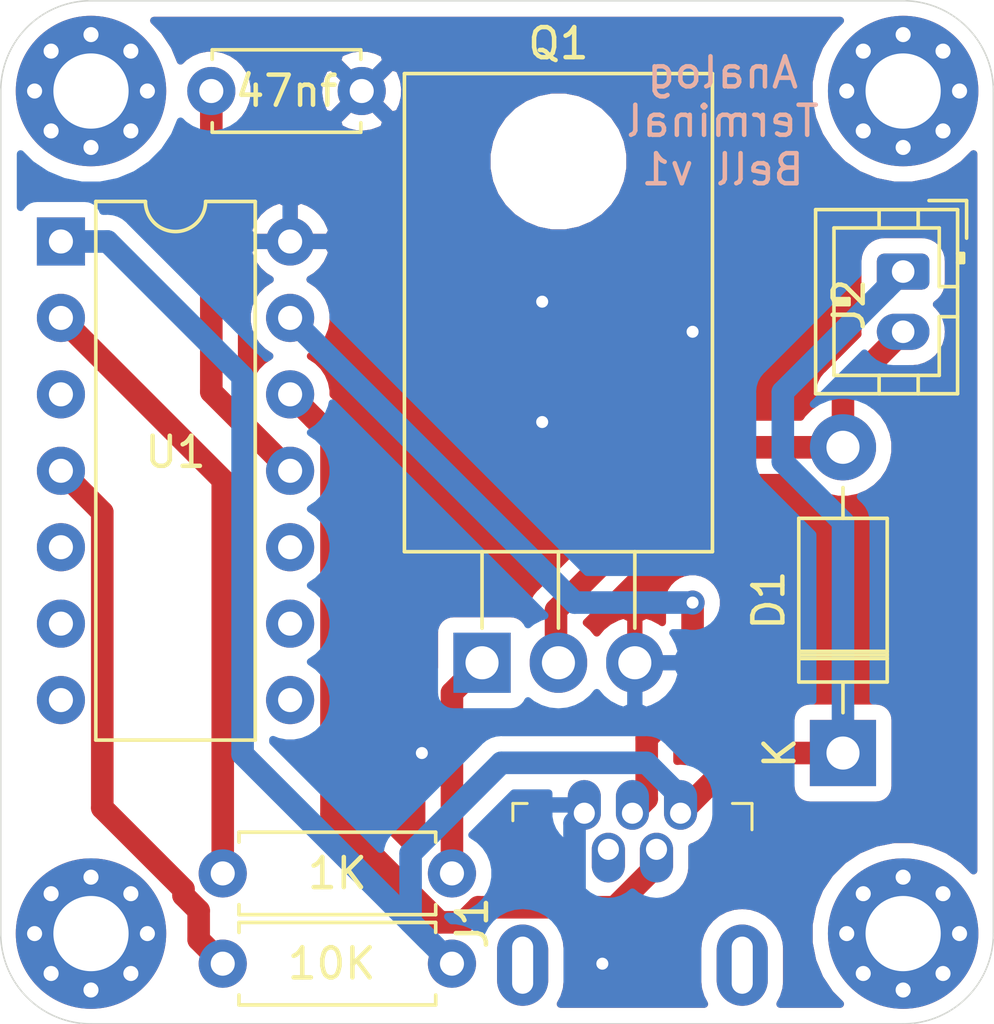
<source format=kicad_pcb>
(kicad_pcb (version 20171130) (host pcbnew "(5.1.5-0-10_14)")

  (general
    (thickness 1.6)
    (drawings 9)
    (tracks 63)
    (zones 0)
    (modules 12)
    (nets 10)
  )

  (page A4)
  (layers
    (0 F.Cu signal hide)
    (31 B.Cu signal hide)
    (32 B.Adhes user)
    (33 F.Adhes user)
    (34 B.Paste user)
    (35 F.Paste user)
    (36 B.SilkS user)
    (37 F.SilkS user)
    (38 B.Mask user)
    (39 F.Mask user)
    (40 Dwgs.User user)
    (41 Cmts.User user)
    (42 Eco1.User user)
    (43 Eco2.User user)
    (44 Edge.Cuts user)
    (45 Margin user)
    (46 B.CrtYd user)
    (47 F.CrtYd user)
    (48 B.Fab user)
    (49 F.Fab user)
  )

  (setup
    (last_trace_width 0.25)
    (user_trace_width 0.75)
    (trace_clearance 0.2)
    (zone_clearance 0.508)
    (zone_45_only no)
    (trace_min 0.2)
    (via_size 0.8)
    (via_drill 0.4)
    (via_min_size 0.4)
    (via_min_drill 0.3)
    (uvia_size 0.3)
    (uvia_drill 0.1)
    (uvias_allowed no)
    (uvia_min_size 0.2)
    (uvia_min_drill 0.1)
    (edge_width 0.05)
    (segment_width 0.2)
    (pcb_text_width 0.3)
    (pcb_text_size 1.5 1.5)
    (mod_edge_width 0.12)
    (mod_text_size 1 1)
    (mod_text_width 0.15)
    (pad_size 1.524 1.524)
    (pad_drill 0.762)
    (pad_to_mask_clearance 0.051)
    (solder_mask_min_width 0.25)
    (aux_axis_origin 0 0)
    (visible_elements FFFFFF7F)
    (pcbplotparams
      (layerselection 0x010fc_ffffffff)
      (usegerberextensions false)
      (usegerberattributes false)
      (usegerberadvancedattributes false)
      (creategerberjobfile false)
      (excludeedgelayer true)
      (linewidth 0.100000)
      (plotframeref false)
      (viasonmask false)
      (mode 1)
      (useauxorigin false)
      (hpglpennumber 1)
      (hpglpenspeed 20)
      (hpglpendiameter 15.000000)
      (psnegative false)
      (psa4output false)
      (plotreference true)
      (plotvalue true)
      (plotinvisibletext false)
      (padsonsilk false)
      (subtractmaskfromsilk false)
      (outputformat 1)
      (mirror false)
      (drillshape 0)
      (scaleselection 1)
      (outputdirectory "gerbers/"))
  )

  (net 0 "")
  (net 1 GND)
  (net 2 "Net-(C1-Pad2)")
  (net 3 +5V)
  (net 4 "Net-(D1-Pad2)")
  (net 5 "Net-(J1-Pad3)")
  (net 6 "Net-(J1-Pad2)")
  (net 7 "Net-(Q1-Pad1)")
  (net 8 "Net-(R1-Pad2)")
  (net 9 "Net-(R2-Pad2)")

  (net_class Default "This is the default net class."
    (clearance 0.2)
    (trace_width 0.25)
    (via_dia 0.8)
    (via_drill 0.4)
    (uvia_dia 0.3)
    (uvia_drill 0.1)
    (add_net +5V)
    (add_net GND)
    (add_net "Net-(C1-Pad2)")
    (add_net "Net-(D1-Pad2)")
    (add_net "Net-(J1-Pad2)")
    (add_net "Net-(J1-Pad3)")
    (add_net "Net-(Q1-Pad1)")
    (add_net "Net-(R1-Pad2)")
    (add_net "Net-(R2-Pad2)")
  )

  (module MountingHole:MountingHole_2.5mm_Pad_Via (layer F.Cu) (tedit 56DDBAEA) (tstamp 5F472710)
    (at 149 127)
    (descr "Mounting Hole 2.5mm")
    (tags "mounting hole 2.5mm")
    (attr virtual)
    (fp_text reference REF** (at -6 -2) (layer F.SilkS)
      (effects (font (size 1 1) (thickness 0.15)))
    )
    (fp_text value MountingHole_2.5mm_Pad_Via (at 0 3.5) (layer F.Fab)
      (effects (font (size 1 1) (thickness 0.15)))
    )
    (fp_circle (center 0 0) (end 2.75 0) (layer F.CrtYd) (width 0.05))
    (fp_circle (center 0 0) (end 2.5 0) (layer Cmts.User) (width 0.15))
    (fp_text user %R (at 0.3 0) (layer F.Fab)
      (effects (font (size 1 1) (thickness 0.15)))
    )
    (pad 1 thru_hole circle (at 1.325825 -1.325825) (size 0.8 0.8) (drill 0.5) (layers *.Cu *.Mask))
    (pad 1 thru_hole circle (at 0 -1.875) (size 0.8 0.8) (drill 0.5) (layers *.Cu *.Mask))
    (pad 1 thru_hole circle (at -1.325825 -1.325825) (size 0.8 0.8) (drill 0.5) (layers *.Cu *.Mask))
    (pad 1 thru_hole circle (at -1.875 0) (size 0.8 0.8) (drill 0.5) (layers *.Cu *.Mask))
    (pad 1 thru_hole circle (at -1.325825 1.325825) (size 0.8 0.8) (drill 0.5) (layers *.Cu *.Mask))
    (pad 1 thru_hole circle (at 0 1.875) (size 0.8 0.8) (drill 0.5) (layers *.Cu *.Mask))
    (pad 1 thru_hole circle (at 1.325825 1.325825) (size 0.8 0.8) (drill 0.5) (layers *.Cu *.Mask))
    (pad 1 thru_hole circle (at 1.875 0) (size 0.8 0.8) (drill 0.5) (layers *.Cu *.Mask))
    (pad 1 thru_hole circle (at 0 0) (size 5 5) (drill 2.5) (layers *.Cu *.Mask))
  )

  (module MountingHole:MountingHole_2.5mm_Pad_Via (layer F.Cu) (tedit 56DDBAEA) (tstamp 5F4726C4)
    (at 149 99)
    (descr "Mounting Hole 2.5mm")
    (tags "mounting hole 2.5mm")
    (attr virtual)
    (fp_text reference REF** (at -6 -3) (layer F.SilkS)
      (effects (font (size 1 1) (thickness 0.15)))
    )
    (fp_text value MountingHole_2.5mm_Pad_Via (at 0 3.5) (layer F.Fab)
      (effects (font (size 1 1) (thickness 0.15)))
    )
    (fp_circle (center 0 0) (end 2.75 0) (layer F.CrtYd) (width 0.05))
    (fp_circle (center 0 0) (end 2.5 0) (layer Cmts.User) (width 0.15))
    (fp_text user %R (at 0.3 0) (layer F.Fab)
      (effects (font (size 1 1) (thickness 0.15)))
    )
    (pad 1 thru_hole circle (at 1.325825 -1.325825) (size 0.8 0.8) (drill 0.5) (layers *.Cu *.Mask))
    (pad 1 thru_hole circle (at 0 -1.875) (size 0.8 0.8) (drill 0.5) (layers *.Cu *.Mask))
    (pad 1 thru_hole circle (at -1.325825 -1.325825) (size 0.8 0.8) (drill 0.5) (layers *.Cu *.Mask))
    (pad 1 thru_hole circle (at -1.875 0) (size 0.8 0.8) (drill 0.5) (layers *.Cu *.Mask))
    (pad 1 thru_hole circle (at -1.325825 1.325825) (size 0.8 0.8) (drill 0.5) (layers *.Cu *.Mask))
    (pad 1 thru_hole circle (at 0 1.875) (size 0.8 0.8) (drill 0.5) (layers *.Cu *.Mask))
    (pad 1 thru_hole circle (at 1.325825 1.325825) (size 0.8 0.8) (drill 0.5) (layers *.Cu *.Mask))
    (pad 1 thru_hole circle (at 1.875 0) (size 0.8 0.8) (drill 0.5) (layers *.Cu *.Mask))
    (pad 1 thru_hole circle (at 0 0) (size 5 5) (drill 2.5) (layers *.Cu *.Mask))
  )

  (module MountingHole:MountingHole_2.5mm_Pad_Via (layer F.Cu) (tedit 56DDBAEA) (tstamp 5F472678)
    (at 176 99)
    (descr "Mounting Hole 2.5mm")
    (tags "mounting hole 2.5mm")
    (attr virtual)
    (fp_text reference REF** (at 6 -2) (layer F.SilkS)
      (effects (font (size 1 1) (thickness 0.15)))
    )
    (fp_text value MountingHole_2.5mm_Pad_Via (at 0 3.5) (layer F.Fab)
      (effects (font (size 1 1) (thickness 0.15)))
    )
    (fp_circle (center 0 0) (end 2.75 0) (layer F.CrtYd) (width 0.05))
    (fp_circle (center 0 0) (end 2.5 0) (layer Cmts.User) (width 0.15))
    (fp_text user %R (at 0.3 0) (layer F.Fab)
      (effects (font (size 1 1) (thickness 0.15)))
    )
    (pad 1 thru_hole circle (at 1.325825 -1.325825) (size 0.8 0.8) (drill 0.5) (layers *.Cu *.Mask))
    (pad 1 thru_hole circle (at 0 -1.875) (size 0.8 0.8) (drill 0.5) (layers *.Cu *.Mask))
    (pad 1 thru_hole circle (at -1.325825 -1.325825) (size 0.8 0.8) (drill 0.5) (layers *.Cu *.Mask))
    (pad 1 thru_hole circle (at -1.875 0) (size 0.8 0.8) (drill 0.5) (layers *.Cu *.Mask))
    (pad 1 thru_hole circle (at -1.325825 1.325825) (size 0.8 0.8) (drill 0.5) (layers *.Cu *.Mask))
    (pad 1 thru_hole circle (at 0 1.875) (size 0.8 0.8) (drill 0.5) (layers *.Cu *.Mask))
    (pad 1 thru_hole circle (at 1.325825 1.325825) (size 0.8 0.8) (drill 0.5) (layers *.Cu *.Mask))
    (pad 1 thru_hole circle (at 1.875 0) (size 0.8 0.8) (drill 0.5) (layers *.Cu *.Mask))
    (pad 1 thru_hole circle (at 0 0) (size 5 5) (drill 2.5) (layers *.Cu *.Mask))
  )

  (module MountingHole:MountingHole_2.5mm_Pad_Via (layer F.Cu) (tedit 56DDBAEA) (tstamp 5F47262C)
    (at 176 127)
    (descr "Mounting Hole 2.5mm")
    (tags "mounting hole 2.5mm")
    (attr virtual)
    (fp_text reference REF** (at 6 -1) (layer F.SilkS)
      (effects (font (size 1 1) (thickness 0.15)))
    )
    (fp_text value MountingHole_2.5mm_Pad_Via (at 0 3.5) (layer F.Fab)
      (effects (font (size 1 1) (thickness 0.15)))
    )
    (fp_circle (center 0 0) (end 2.75 0) (layer F.CrtYd) (width 0.05))
    (fp_circle (center 0 0) (end 2.5 0) (layer Cmts.User) (width 0.15))
    (fp_text user %R (at 0.3 0) (layer F.Fab)
      (effects (font (size 1 1) (thickness 0.15)))
    )
    (pad 1 thru_hole circle (at 1.325825 -1.325825) (size 0.8 0.8) (drill 0.5) (layers *.Cu *.Mask))
    (pad 1 thru_hole circle (at 0 -1.875) (size 0.8 0.8) (drill 0.5) (layers *.Cu *.Mask))
    (pad 1 thru_hole circle (at -1.325825 -1.325825) (size 0.8 0.8) (drill 0.5) (layers *.Cu *.Mask))
    (pad 1 thru_hole circle (at -1.875 0) (size 0.8 0.8) (drill 0.5) (layers *.Cu *.Mask))
    (pad 1 thru_hole circle (at -1.325825 1.325825) (size 0.8 0.8) (drill 0.5) (layers *.Cu *.Mask))
    (pad 1 thru_hole circle (at 0 1.875) (size 0.8 0.8) (drill 0.5) (layers *.Cu *.Mask))
    (pad 1 thru_hole circle (at 1.325825 1.325825) (size 0.8 0.8) (drill 0.5) (layers *.Cu *.Mask))
    (pad 1 thru_hole circle (at 1.875 0) (size 0.8 0.8) (drill 0.5) (layers *.Cu *.Mask))
    (pad 1 thru_hole circle (at 0 0) (size 5 5) (drill 2.5) (layers *.Cu *.Mask))
  )

  (module Capacitor_THT:C_Disc_D4.7mm_W2.5mm_P5.00mm (layer F.Cu) (tedit 5AE50EF0) (tstamp 5F3E48F3)
    (at 158 99 180)
    (descr "C, Disc series, Radial, pin pitch=5.00mm, , diameter*width=4.7*2.5mm^2, Capacitor, http://www.vishay.com/docs/45233/krseries.pdf")
    (tags "C Disc series Radial pin pitch 5.00mm  diameter 4.7mm width 2.5mm Capacitor")
    (path /5F3EE8FE)
    (fp_text reference C1 (at 1 2) (layer F.Fab)
      (effects (font (size 1 1) (thickness 0.15)))
    )
    (fp_text value 47nf (at 2.5 0) (layer F.SilkS)
      (effects (font (size 1 1) (thickness 0.15)))
    )
    (fp_line (start 0.15 -1.25) (end 0.15 1.25) (layer F.Fab) (width 0.1))
    (fp_line (start 0.15 1.25) (end 4.85 1.25) (layer F.Fab) (width 0.1))
    (fp_line (start 4.85 1.25) (end 4.85 -1.25) (layer F.Fab) (width 0.1))
    (fp_line (start 4.85 -1.25) (end 0.15 -1.25) (layer F.Fab) (width 0.1))
    (fp_line (start 0.03 -1.37) (end 4.97 -1.37) (layer F.SilkS) (width 0.12))
    (fp_line (start 0.03 1.37) (end 4.97 1.37) (layer F.SilkS) (width 0.12))
    (fp_line (start 0.03 -1.37) (end 0.03 -1.055) (layer F.SilkS) (width 0.12))
    (fp_line (start 0.03 1.055) (end 0.03 1.37) (layer F.SilkS) (width 0.12))
    (fp_line (start 4.97 -1.37) (end 4.97 -1.055) (layer F.SilkS) (width 0.12))
    (fp_line (start 4.97 1.055) (end 4.97 1.37) (layer F.SilkS) (width 0.12))
    (fp_line (start -1.05 -1.5) (end -1.05 1.5) (layer F.CrtYd) (width 0.05))
    (fp_line (start -1.05 1.5) (end 6.05 1.5) (layer F.CrtYd) (width 0.05))
    (fp_line (start 6.05 1.5) (end 6.05 -1.5) (layer F.CrtYd) (width 0.05))
    (fp_line (start 6.05 -1.5) (end -1.05 -1.5) (layer F.CrtYd) (width 0.05))
    (fp_text user %R (at 1 2) (layer F.Fab)
      (effects (font (size 0.94 0.94) (thickness 0.141)))
    )
    (pad 1 thru_hole circle (at 0 0 180) (size 1.6 1.6) (drill 0.8) (layers *.Cu *.Mask)
      (net 1 GND))
    (pad 2 thru_hole circle (at 5 0 180) (size 1.6 1.6) (drill 0.8) (layers *.Cu *.Mask)
      (net 2 "Net-(C1-Pad2)"))
    (model ${KISYS3DMOD}/Capacitor_THT.3dshapes/C_Disc_D4.7mm_W2.5mm_P5.00mm.wrl
      (at (xyz 0 0 0))
      (scale (xyz 1 1 1))
      (rotate (xyz 0 0 0))
    )
  )

  (module Diode_THT:D_DO-41_SOD81_P10.16mm_Horizontal (layer F.Cu) (tedit 5AE50CD5) (tstamp 5F3E3A56)
    (at 174 121 90)
    (descr "Diode, DO-41_SOD81 series, Axial, Horizontal, pin pitch=10.16mm, , length*diameter=5.2*2.7mm^2, , http://www.diodes.com/_files/packages/DO-41%20(Plastic).pdf")
    (tags "Diode DO-41_SOD81 series Axial Horizontal pin pitch 10.16mm  length 5.2mm diameter 2.7mm")
    (path /5F3E37B9)
    (fp_text reference D1 (at 5.08 -2.47 90) (layer F.SilkS)
      (effects (font (size 1 1) (thickness 0.15)))
    )
    (fp_text value 1N4004 (at 5.08 2.47 90) (layer F.Fab)
      (effects (font (size 1 1) (thickness 0.15)))
    )
    (fp_line (start 2.48 -1.35) (end 2.48 1.35) (layer F.Fab) (width 0.1))
    (fp_line (start 2.48 1.35) (end 7.68 1.35) (layer F.Fab) (width 0.1))
    (fp_line (start 7.68 1.35) (end 7.68 -1.35) (layer F.Fab) (width 0.1))
    (fp_line (start 7.68 -1.35) (end 2.48 -1.35) (layer F.Fab) (width 0.1))
    (fp_line (start 0 0) (end 2.48 0) (layer F.Fab) (width 0.1))
    (fp_line (start 10.16 0) (end 7.68 0) (layer F.Fab) (width 0.1))
    (fp_line (start 3.26 -1.35) (end 3.26 1.35) (layer F.Fab) (width 0.1))
    (fp_line (start 3.36 -1.35) (end 3.36 1.35) (layer F.Fab) (width 0.1))
    (fp_line (start 3.16 -1.35) (end 3.16 1.35) (layer F.Fab) (width 0.1))
    (fp_line (start 2.36 -1.47) (end 2.36 1.47) (layer F.SilkS) (width 0.12))
    (fp_line (start 2.36 1.47) (end 7.8 1.47) (layer F.SilkS) (width 0.12))
    (fp_line (start 7.8 1.47) (end 7.8 -1.47) (layer F.SilkS) (width 0.12))
    (fp_line (start 7.8 -1.47) (end 2.36 -1.47) (layer F.SilkS) (width 0.12))
    (fp_line (start 1.34 0) (end 2.36 0) (layer F.SilkS) (width 0.12))
    (fp_line (start 8.82 0) (end 7.8 0) (layer F.SilkS) (width 0.12))
    (fp_line (start 3.26 -1.47) (end 3.26 1.47) (layer F.SilkS) (width 0.12))
    (fp_line (start 3.38 -1.47) (end 3.38 1.47) (layer F.SilkS) (width 0.12))
    (fp_line (start 3.14 -1.47) (end 3.14 1.47) (layer F.SilkS) (width 0.12))
    (fp_line (start -1.35 -1.6) (end -1.35 1.6) (layer F.CrtYd) (width 0.05))
    (fp_line (start -1.35 1.6) (end 11.51 1.6) (layer F.CrtYd) (width 0.05))
    (fp_line (start 11.51 1.6) (end 11.51 -1.6) (layer F.CrtYd) (width 0.05))
    (fp_line (start 11.51 -1.6) (end -1.35 -1.6) (layer F.CrtYd) (width 0.05))
    (fp_text user %R (at 5.47 0 90) (layer F.Fab)
      (effects (font (size 1 1) (thickness 0.15)))
    )
    (fp_text user K (at 0 -2.1 90) (layer F.Fab)
      (effects (font (size 1 1) (thickness 0.15)))
    )
    (fp_text user K (at 0 -2.1 90) (layer F.SilkS)
      (effects (font (size 1 1) (thickness 0.15)))
    )
    (pad 1 thru_hole rect (at 0 0 90) (size 2.2 2.2) (drill 1.1) (layers *.Cu *.Mask)
      (net 3 +5V))
    (pad 2 thru_hole oval (at 10.16 0 90) (size 2.2 2.2) (drill 1.1) (layers *.Cu *.Mask)
      (net 4 "Net-(D1-Pad2)"))
    (model ${KISYS3DMOD}/Diode_THT.3dshapes/D_DO-41_SOD81_P10.16mm_Horizontal.wrl
      (at (xyz 0 0 0))
      (scale (xyz 1 1 1))
      (rotate (xyz 0 0 0))
    )
  )

  (module digikey:USB_Mini_B_Female_548190519 (layer F.Cu) (tedit 5B0C4CC3) (tstamp 5F3E3A73)
    (at 167 123 90)
    (path /5F3DE7BC)
    (fp_text reference J1 (at -3.65 -5.325 90) (layer F.SilkS)
      (effects (font (size 1 1) (thickness 0.15)))
    )
    (fp_text value USB_B_Mini (at -4.2 6.35 90) (layer F.Fab)
      (effects (font (size 1 1) (thickness 0.15)))
    )
    (fp_text user %R (at -5.7 -0.075 90) (layer F.Fab)
      (effects (font (size 1 1) (thickness 0.15)))
    )
    (fp_line (start 1.35 -4.75) (end 1.35 4.75) (layer F.CrtYd) (width 0.05))
    (fp_line (start -9.05 -4.75) (end -9.05 4.75) (layer F.CrtYd) (width 0.05))
    (fp_line (start -9.05 4.75) (end 1.35 4.75) (layer F.CrtYd) (width 0.05))
    (fp_line (start -9.05 -4.75) (end 1.35 -4.75) (layer F.CrtYd) (width 0.05))
    (fp_line (start 0.325 3.975) (end 0.3 3.975) (layer F.SilkS) (width 0.1))
    (fp_line (start 0.325 3.325) (end 0.325 3.975) (layer F.SilkS) (width 0.1))
    (fp_line (start -0.55 3.975) (end 0.3 3.975) (layer F.SilkS) (width 0.1))
    (fp_line (start -8.075 3.975) (end -8.925 3.975) (layer F.SilkS) (width 0.1))
    (fp_line (start -8.925 3.975) (end -8.925 3.35) (layer F.SilkS) (width 0.1))
    (fp_line (start -8 -3.975) (end -8.925 -3.975) (layer F.SilkS) (width 0.1))
    (fp_line (start -8.925 -3.975) (end -8.925 -3.35) (layer F.SilkS) (width 0.1))
    (fp_line (start -0.25 -3.975) (end 0.325 -3.975) (layer F.SilkS) (width 0.1))
    (fp_line (start 0.325 -3.975) (end 0.325 -3.5) (layer F.SilkS) (width 0.1))
    (fp_line (start -8.8 3.85) (end 0.2 3.85) (layer F.Fab) (width 0.1))
    (fp_line (start -8.8 -3.85) (end 0.2 -3.85) (layer F.Fab) (width 0.1))
    (fp_line (start 0.2 -3.85) (end 0.2 3.85) (layer F.Fab) (width 0.1))
    (fp_line (start -8.8 -3.85) (end -8.8 3.85) (layer F.Fab) (width 0.1))
    (pad 3 thru_hole oval (at 0 0 90) (size 1.65 1.1) (drill 0.7 (offset 0.275 0)) (layers *.Cu *.Mask)
      (net 5 "Net-(J1-Pad3)"))
    (pad 5 thru_hole oval (at 0 -1.6 90) (size 1.65 1.1) (drill 0.7 (offset 0.275 0)) (layers *.Cu *.Mask)
      (net 1 GND))
    (pad 1 thru_hole oval (at 0 1.6 90) (size 1.65 1.1) (drill 0.7 (offset 0.275 0)) (layers *.Cu *.Mask)
      (net 3 +5V))
    (pad 4 thru_hole oval (at -1.2 -0.8 90) (size 1.65 1.1) (drill 0.7 (offset -0.275 0)) (layers *.Cu *.Mask))
    (pad 2 thru_hole oval (at -1.2 0.8 90) (size 1.65 1.1) (drill 0.7 (offset -0.275 0)) (layers *.Cu *.Mask)
      (net 6 "Net-(J1-Pad2)"))
    (pad SH thru_hole oval (at -5.05 -3.65 90) (size 2.7 1.7) (drill oval 1.9 0.7) (layers *.Cu *.Mask))
    (pad SH thru_hole oval (at -5.05 3.65 90) (size 2.7 1.7) (drill oval 1.9 0.7) (layers *.Cu *.Mask))
  )

  (module Connector_JST:JST_PH_B2B-PH-K_1x02_P2.00mm_Vertical (layer F.Cu) (tedit 5B7745C2) (tstamp 5F3E427C)
    (at 176 105 270)
    (descr "JST PH series connector, B2B-PH-K (http://www.jst-mfg.com/product/pdf/eng/ePH.pdf), generated with kicad-footprint-generator")
    (tags "connector JST PH side entry")
    (path /5F3E4B31)
    (fp_text reference J2 (at 1.1 1.8 90) (layer F.SilkS)
      (effects (font (size 1 1) (thickness 0.15)))
    )
    (fp_text value Solenoid (at 1 4 90) (layer F.Fab)
      (effects (font (size 1 1) (thickness 0.15)))
    )
    (fp_line (start -2.06 -1.81) (end -2.06 2.91) (layer F.SilkS) (width 0.12))
    (fp_line (start -2.06 2.91) (end 4.06 2.91) (layer F.SilkS) (width 0.12))
    (fp_line (start 4.06 2.91) (end 4.06 -1.81) (layer F.SilkS) (width 0.12))
    (fp_line (start 4.06 -1.81) (end -2.06 -1.81) (layer F.SilkS) (width 0.12))
    (fp_line (start -0.3 -1.81) (end -0.3 -2.01) (layer F.SilkS) (width 0.12))
    (fp_line (start -0.3 -2.01) (end -0.6 -2.01) (layer F.SilkS) (width 0.12))
    (fp_line (start -0.6 -2.01) (end -0.6 -1.81) (layer F.SilkS) (width 0.12))
    (fp_line (start -0.3 -1.91) (end -0.6 -1.91) (layer F.SilkS) (width 0.12))
    (fp_line (start 0.5 -1.81) (end 0.5 -1.2) (layer F.SilkS) (width 0.12))
    (fp_line (start 0.5 -1.2) (end -1.45 -1.2) (layer F.SilkS) (width 0.12))
    (fp_line (start -1.45 -1.2) (end -1.45 2.3) (layer F.SilkS) (width 0.12))
    (fp_line (start -1.45 2.3) (end 3.45 2.3) (layer F.SilkS) (width 0.12))
    (fp_line (start 3.45 2.3) (end 3.45 -1.2) (layer F.SilkS) (width 0.12))
    (fp_line (start 3.45 -1.2) (end 1.5 -1.2) (layer F.SilkS) (width 0.12))
    (fp_line (start 1.5 -1.2) (end 1.5 -1.81) (layer F.SilkS) (width 0.12))
    (fp_line (start -2.06 -0.5) (end -1.45 -0.5) (layer F.SilkS) (width 0.12))
    (fp_line (start -2.06 0.8) (end -1.45 0.8) (layer F.SilkS) (width 0.12))
    (fp_line (start 4.06 -0.5) (end 3.45 -0.5) (layer F.SilkS) (width 0.12))
    (fp_line (start 4.06 0.8) (end 3.45 0.8) (layer F.SilkS) (width 0.12))
    (fp_line (start 0.9 2.3) (end 0.9 1.8) (layer F.SilkS) (width 0.12))
    (fp_line (start 0.9 1.8) (end 1.1 1.8) (layer F.SilkS) (width 0.12))
    (fp_line (start 1.1 1.8) (end 1.1 2.3) (layer F.SilkS) (width 0.12))
    (fp_line (start 1 2.3) (end 1 1.8) (layer F.SilkS) (width 0.12))
    (fp_line (start -1.11 -2.11) (end -2.36 -2.11) (layer F.SilkS) (width 0.12))
    (fp_line (start -2.36 -2.11) (end -2.36 -0.86) (layer F.SilkS) (width 0.12))
    (fp_line (start -1.11 -2.11) (end -2.36 -2.11) (layer F.Fab) (width 0.1))
    (fp_line (start -2.36 -2.11) (end -2.36 -0.86) (layer F.Fab) (width 0.1))
    (fp_line (start -1.95 -1.7) (end -1.95 2.8) (layer F.Fab) (width 0.1))
    (fp_line (start -1.95 2.8) (end 3.95 2.8) (layer F.Fab) (width 0.1))
    (fp_line (start 3.95 2.8) (end 3.95 -1.7) (layer F.Fab) (width 0.1))
    (fp_line (start 3.95 -1.7) (end -1.95 -1.7) (layer F.Fab) (width 0.1))
    (fp_line (start -2.45 -2.2) (end -2.45 3.3) (layer F.CrtYd) (width 0.05))
    (fp_line (start -2.45 3.3) (end 4.45 3.3) (layer F.CrtYd) (width 0.05))
    (fp_line (start 4.45 3.3) (end 4.45 -2.2) (layer F.CrtYd) (width 0.05))
    (fp_line (start 4.45 -2.2) (end -2.45 -2.2) (layer F.CrtYd) (width 0.05))
    (fp_text user %R (at 1 1.5 90) (layer F.Fab)
      (effects (font (size 1 1) (thickness 0.15)))
    )
    (pad 1 thru_hole roundrect (at 0 0 270) (size 1.2 1.75) (drill 0.75) (layers *.Cu *.Mask) (roundrect_rratio 0.208333)
      (net 3 +5V))
    (pad 2 thru_hole oval (at 2 0 270) (size 1.2 1.75) (drill 0.75) (layers *.Cu *.Mask)
      (net 4 "Net-(D1-Pad2)"))
    (model ${KISYS3DMOD}/Connector_JST.3dshapes/JST_PH_B2B-PH-K_1x02_P2.00mm_Vertical.wrl
      (at (xyz 0 0 0))
      (scale (xyz 1 1 1))
      (rotate (xyz 0 0 0))
    )
  )

  (module Resistor_THT:R_Axial_DIN0207_L6.3mm_D2.5mm_P7.62mm_Horizontal (layer F.Cu) (tedit 5AE5139B) (tstamp 5F3E4A51)
    (at 161 128 180)
    (descr "Resistor, Axial_DIN0207 series, Axial, Horizontal, pin pitch=7.62mm, 0.25W = 1/4W, length*diameter=6.3*2.5mm^2, http://cdn-reichelt.de/documents/datenblatt/B400/1_4W%23YAG.pdf")
    (tags "Resistor Axial_DIN0207 series Axial Horizontal pin pitch 7.62mm 0.25W = 1/4W length 6.3mm diameter 2.5mm")
    (path /5F3ED81B)
    (fp_text reference R1 (at -3 0) (layer Dwgs.User)
      (effects (font (size 1 1) (thickness 0.15)))
    )
    (fp_text value 10K (at 4 0) (layer F.SilkS)
      (effects (font (size 1 1) (thickness 0.15)))
    )
    (fp_text user %R (at -3 0) (layer F.Fab)
      (effects (font (size 1 1) (thickness 0.15)))
    )
    (fp_line (start 8.67 -1.5) (end -1.05 -1.5) (layer F.CrtYd) (width 0.05))
    (fp_line (start 8.67 1.5) (end 8.67 -1.5) (layer F.CrtYd) (width 0.05))
    (fp_line (start -1.05 1.5) (end 8.67 1.5) (layer F.CrtYd) (width 0.05))
    (fp_line (start -1.05 -1.5) (end -1.05 1.5) (layer F.CrtYd) (width 0.05))
    (fp_line (start 7.08 1.37) (end 7.08 1.04) (layer F.SilkS) (width 0.12))
    (fp_line (start 0.54 1.37) (end 7.08 1.37) (layer F.SilkS) (width 0.12))
    (fp_line (start 0.54 1.04) (end 0.54 1.37) (layer F.SilkS) (width 0.12))
    (fp_line (start 7.08 -1.37) (end 7.08 -1.04) (layer F.SilkS) (width 0.12))
    (fp_line (start 0.54 -1.37) (end 7.08 -1.37) (layer F.SilkS) (width 0.12))
    (fp_line (start 0.54 -1.04) (end 0.54 -1.37) (layer F.SilkS) (width 0.12))
    (fp_line (start 7.62 0) (end 6.96 0) (layer F.Fab) (width 0.1))
    (fp_line (start 0 0) (end 0.66 0) (layer F.Fab) (width 0.1))
    (fp_line (start 6.96 -1.25) (end 0.66 -1.25) (layer F.Fab) (width 0.1))
    (fp_line (start 6.96 1.25) (end 6.96 -1.25) (layer F.Fab) (width 0.1))
    (fp_line (start 0.66 1.25) (end 6.96 1.25) (layer F.Fab) (width 0.1))
    (fp_line (start 0.66 -1.25) (end 0.66 1.25) (layer F.Fab) (width 0.1))
    (pad 2 thru_hole oval (at 7.62 0 180) (size 1.6 1.6) (drill 0.8) (layers *.Cu *.Mask)
      (net 8 "Net-(R1-Pad2)"))
    (pad 1 thru_hole circle (at 0 0 180) (size 1.6 1.6) (drill 0.8) (layers *.Cu *.Mask)
      (net 3 +5V))
    (model ${KISYS3DMOD}/Resistor_THT.3dshapes/R_Axial_DIN0207_L6.3mm_D2.5mm_P7.62mm_Horizontal.wrl
      (at (xyz 0 0 0))
      (scale (xyz 1 1 1))
      (rotate (xyz 0 0 0))
    )
  )

  (module Resistor_THT:R_Axial_DIN0207_L6.3mm_D2.5mm_P7.62mm_Horizontal (layer F.Cu) (tedit 5AE5139B) (tstamp 5F3E4A0F)
    (at 161 125 180)
    (descr "Resistor, Axial_DIN0207 series, Axial, Horizontal, pin pitch=7.62mm, 0.25W = 1/4W, length*diameter=6.3*2.5mm^2, http://cdn-reichelt.de/documents/datenblatt/B400/1_4W%23YAG.pdf")
    (tags "Resistor Axial_DIN0207 series Axial Horizontal pin pitch 7.62mm 0.25W = 1/4W length 6.3mm diameter 2.5mm")
    (path /5F3EC863)
    (fp_text reference R2 (at 0.66 0) (layer F.Fab)
      (effects (font (size 1 1) (thickness 0.15)))
    )
    (fp_text value 1K (at 3.81 0) (layer F.SilkS)
      (effects (font (size 1 1) (thickness 0.15)))
    )
    (fp_line (start 0.66 -1.25) (end 0.66 1.25) (layer F.Fab) (width 0.1))
    (fp_line (start 0.66 1.25) (end 6.96 1.25) (layer F.Fab) (width 0.1))
    (fp_line (start 6.96 1.25) (end 6.96 -1.25) (layer F.Fab) (width 0.1))
    (fp_line (start 6.96 -1.25) (end 0.66 -1.25) (layer F.Fab) (width 0.1))
    (fp_line (start 0 0) (end 0.66 0) (layer F.Fab) (width 0.1))
    (fp_line (start 7.62 0) (end 6.96 0) (layer F.Fab) (width 0.1))
    (fp_line (start 0.54 -1.04) (end 0.54 -1.37) (layer F.SilkS) (width 0.12))
    (fp_line (start 0.54 -1.37) (end 7.08 -1.37) (layer F.SilkS) (width 0.12))
    (fp_line (start 7.08 -1.37) (end 7.08 -1.04) (layer F.SilkS) (width 0.12))
    (fp_line (start 0.54 1.04) (end 0.54 1.37) (layer F.SilkS) (width 0.12))
    (fp_line (start 0.54 1.37) (end 7.08 1.37) (layer F.SilkS) (width 0.12))
    (fp_line (start 7.08 1.37) (end 7.08 1.04) (layer F.SilkS) (width 0.12))
    (fp_line (start -1.05 -1.5) (end -1.05 1.5) (layer F.CrtYd) (width 0.05))
    (fp_line (start -1.05 1.5) (end 8.67 1.5) (layer F.CrtYd) (width 0.05))
    (fp_line (start 8.67 1.5) (end 8.67 -1.5) (layer F.CrtYd) (width 0.05))
    (fp_line (start 8.67 -1.5) (end -1.05 -1.5) (layer F.CrtYd) (width 0.05))
    (fp_text user %R (at 0 0) (layer F.Fab)
      (effects (font (size 1 1) (thickness 0.15)))
    )
    (pad 1 thru_hole circle (at 0 0 180) (size 1.6 1.6) (drill 0.8) (layers *.Cu *.Mask)
      (net 7 "Net-(Q1-Pad1)"))
    (pad 2 thru_hole oval (at 7.62 0 180) (size 1.6 1.6) (drill 0.8) (layers *.Cu *.Mask)
      (net 9 "Net-(R2-Pad2)"))
    (model ${KISYS3DMOD}/Resistor_THT.3dshapes/R_Axial_DIN0207_L6.3mm_D2.5mm_P7.62mm_Horizontal.wrl
      (at (xyz 0 0 0))
      (scale (xyz 1 1 1))
      (rotate (xyz 0 0 0))
    )
  )

  (module Package_DIP:DIP-14_W7.62mm (layer F.Cu) (tedit 5A02E8C5) (tstamp 5F3E3B18)
    (at 148 104)
    (descr "14-lead though-hole mounted DIP package, row spacing 7.62 mm (300 mils)")
    (tags "THT DIP DIL PDIP 2.54mm 7.62mm 300mil")
    (path /5F3DDF02)
    (fp_text reference U1 (at 3.81 7) (layer F.SilkS)
      (effects (font (size 1 1) (thickness 0.15)))
    )
    (fp_text value MCP2221AxP (at 3.81 17.57) (layer F.Fab)
      (effects (font (size 1 1) (thickness 0.15)))
    )
    (fp_arc (start 3.81 -1.33) (end 2.81 -1.33) (angle -180) (layer F.SilkS) (width 0.12))
    (fp_line (start 1.635 -1.27) (end 6.985 -1.27) (layer F.Fab) (width 0.1))
    (fp_line (start 6.985 -1.27) (end 6.985 16.51) (layer F.Fab) (width 0.1))
    (fp_line (start 6.985 16.51) (end 0.635 16.51) (layer F.Fab) (width 0.1))
    (fp_line (start 0.635 16.51) (end 0.635 -0.27) (layer F.Fab) (width 0.1))
    (fp_line (start 0.635 -0.27) (end 1.635 -1.27) (layer F.Fab) (width 0.1))
    (fp_line (start 2.81 -1.33) (end 1.16 -1.33) (layer F.SilkS) (width 0.12))
    (fp_line (start 1.16 -1.33) (end 1.16 16.57) (layer F.SilkS) (width 0.12))
    (fp_line (start 1.16 16.57) (end 6.46 16.57) (layer F.SilkS) (width 0.12))
    (fp_line (start 6.46 16.57) (end 6.46 -1.33) (layer F.SilkS) (width 0.12))
    (fp_line (start 6.46 -1.33) (end 4.81 -1.33) (layer F.SilkS) (width 0.12))
    (fp_line (start -1.1 -1.55) (end -1.1 16.8) (layer F.CrtYd) (width 0.05))
    (fp_line (start -1.1 16.8) (end 8.7 16.8) (layer F.CrtYd) (width 0.05))
    (fp_line (start 8.7 16.8) (end 8.7 -1.55) (layer F.CrtYd) (width 0.05))
    (fp_line (start 8.7 -1.55) (end -1.1 -1.55) (layer F.CrtYd) (width 0.05))
    (fp_text user %R (at 3.81 7.62) (layer F.Fab)
      (effects (font (size 1 1) (thickness 0.15)))
    )
    (pad 1 thru_hole rect (at 0 0) (size 1.6 1.6) (drill 0.8) (layers *.Cu *.Mask)
      (net 3 +5V))
    (pad 8 thru_hole oval (at 7.62 15.24) (size 1.6 1.6) (drill 0.8) (layers *.Cu *.Mask))
    (pad 2 thru_hole oval (at 0 2.54) (size 1.6 1.6) (drill 0.8) (layers *.Cu *.Mask)
      (net 9 "Net-(R2-Pad2)"))
    (pad 9 thru_hole oval (at 7.62 12.7) (size 1.6 1.6) (drill 0.8) (layers *.Cu *.Mask))
    (pad 3 thru_hole oval (at 0 5.08) (size 1.6 1.6) (drill 0.8) (layers *.Cu *.Mask))
    (pad 10 thru_hole oval (at 7.62 10.16) (size 1.6 1.6) (drill 0.8) (layers *.Cu *.Mask))
    (pad 4 thru_hole oval (at 0 7.62) (size 1.6 1.6) (drill 0.8) (layers *.Cu *.Mask)
      (net 8 "Net-(R1-Pad2)"))
    (pad 11 thru_hole oval (at 7.62 7.62) (size 1.6 1.6) (drill 0.8) (layers *.Cu *.Mask)
      (net 2 "Net-(C1-Pad2)"))
    (pad 5 thru_hole oval (at 0 10.16) (size 1.6 1.6) (drill 0.8) (layers *.Cu *.Mask))
    (pad 12 thru_hole oval (at 7.62 5.08) (size 1.6 1.6) (drill 0.8) (layers *.Cu *.Mask)
      (net 6 "Net-(J1-Pad2)"))
    (pad 6 thru_hole oval (at 0 12.7) (size 1.6 1.6) (drill 0.8) (layers *.Cu *.Mask))
    (pad 13 thru_hole oval (at 7.62 2.54) (size 1.6 1.6) (drill 0.8) (layers *.Cu *.Mask)
      (net 5 "Net-(J1-Pad3)"))
    (pad 7 thru_hole oval (at 0 15.24) (size 1.6 1.6) (drill 0.8) (layers *.Cu *.Mask))
    (pad 14 thru_hole oval (at 7.62 0) (size 1.6 1.6) (drill 0.8) (layers *.Cu *.Mask)
      (net 1 GND))
    (model ${KISYS3DMOD}/Package_DIP.3dshapes/DIP-14_W7.62mm.wrl
      (at (xyz 0 0 0))
      (scale (xyz 1 1 1))
      (rotate (xyz 0 0 0))
    )
  )

  (module Package_TO_SOT_THT:TO-220-3_Horizontal_TabDown (layer F.Cu) (tedit 5AC8BA0D) (tstamp 5F468066)
    (at 162 118)
    (descr "TO-220-3, Horizontal, RM 2.54mm, see https://www.vishay.com/docs/66542/to-220-1.pdf")
    (tags "TO-220-3 Horizontal RM 2.54mm")
    (path /5F3E0737)
    (fp_text reference Q1 (at 2.54 -20.58) (layer F.SilkS)
      (effects (font (size 1 1) (thickness 0.15)))
    )
    (fp_text value TIP122 (at 2.54 2) (layer F.Fab)
      (effects (font (size 1 1) (thickness 0.15)))
    )
    (fp_circle (center 2.54 -16.66) (end 4.39 -16.66) (layer F.Fab) (width 0.1))
    (fp_line (start -2.46 -13.06) (end -2.46 -19.46) (layer F.Fab) (width 0.1))
    (fp_line (start -2.46 -19.46) (end 7.54 -19.46) (layer F.Fab) (width 0.1))
    (fp_line (start 7.54 -19.46) (end 7.54 -13.06) (layer F.Fab) (width 0.1))
    (fp_line (start 7.54 -13.06) (end -2.46 -13.06) (layer F.Fab) (width 0.1))
    (fp_line (start -2.46 -3.81) (end -2.46 -13.06) (layer F.Fab) (width 0.1))
    (fp_line (start -2.46 -13.06) (end 7.54 -13.06) (layer F.Fab) (width 0.1))
    (fp_line (start 7.54 -13.06) (end 7.54 -3.81) (layer F.Fab) (width 0.1))
    (fp_line (start 7.54 -3.81) (end -2.46 -3.81) (layer F.Fab) (width 0.1))
    (fp_line (start 0 -3.81) (end 0 0) (layer F.Fab) (width 0.1))
    (fp_line (start 2.54 -3.81) (end 2.54 0) (layer F.Fab) (width 0.1))
    (fp_line (start 5.08 -3.81) (end 5.08 0) (layer F.Fab) (width 0.1))
    (fp_line (start -2.58 -3.69) (end 7.66 -3.69) (layer F.SilkS) (width 0.12))
    (fp_line (start -2.58 -19.58) (end 7.66 -19.58) (layer F.SilkS) (width 0.12))
    (fp_line (start -2.58 -19.58) (end -2.58 -3.69) (layer F.SilkS) (width 0.12))
    (fp_line (start 7.66 -19.58) (end 7.66 -3.69) (layer F.SilkS) (width 0.12))
    (fp_line (start 0 -3.69) (end 0 -1.15) (layer F.SilkS) (width 0.12))
    (fp_line (start 2.54 -3.69) (end 2.54 -1.15) (layer F.SilkS) (width 0.12))
    (fp_line (start 5.08 -3.69) (end 5.08 -1.15) (layer F.SilkS) (width 0.12))
    (fp_line (start -2.71 -19.71) (end -2.71 1.25) (layer F.CrtYd) (width 0.05))
    (fp_line (start -2.71 1.25) (end 7.79 1.25) (layer F.CrtYd) (width 0.05))
    (fp_line (start 7.79 1.25) (end 7.79 -19.71) (layer F.CrtYd) (width 0.05))
    (fp_line (start 7.79 -19.71) (end -2.71 -19.71) (layer F.CrtYd) (width 0.05))
    (fp_text user %R (at 2.54 -20.58) (layer F.Fab)
      (effects (font (size 1 1) (thickness 0.15)))
    )
    (pad "" np_thru_hole oval (at 2.54 -16.66) (size 3.5 3.5) (drill 3.5) (layers *.Cu *.Mask))
    (pad 1 thru_hole rect (at 0 0) (size 1.905 2) (drill 1.1) (layers *.Cu *.Mask)
      (net 7 "Net-(Q1-Pad1)"))
    (pad 2 thru_hole oval (at 2.54 0) (size 1.905 2) (drill 1.1) (layers *.Cu *.Mask)
      (net 4 "Net-(D1-Pad2)"))
    (pad 3 thru_hole oval (at 5.08 0) (size 1.905 2) (drill 1.1) (layers *.Cu *.Mask)
      (net 1 GND))
    (model ${KISYS3DMOD}/Package_TO_SOT_THT.3dshapes/TO-220-3_Horizontal_TabDown.wrl
      (at (xyz 0 0 0))
      (scale (xyz 1 1 1))
      (rotate (xyz 0 0 0))
    )
  )

  (gr_text "Analog\nTerminal\nBell v1" (at 170 100) (layer B.SilkS)
    (effects (font (size 1 1) (thickness 0.15)) (justify mirror))
  )
  (gr_line (start 149 96) (end 176 96) (layer Edge.Cuts) (width 0.05) (tstamp 5F3E50F4))
  (gr_line (start 146 127) (end 146 99) (layer Edge.Cuts) (width 0.05) (tstamp 5F3E50F3))
  (gr_line (start 176 130) (end 149 130) (layer Edge.Cuts) (width 0.05) (tstamp 5F3E50F2))
  (gr_line (start 179 99) (end 179 127) (layer Edge.Cuts) (width 0.05) (tstamp 5F3E50F1))
  (gr_arc (start 149 99) (end 149 96) (angle -90) (layer Edge.Cuts) (width 0.05))
  (gr_arc (start 149 127) (end 146 127) (angle -90) (layer Edge.Cuts) (width 0.05))
  (gr_arc (start 176 127) (end 176 130) (angle -90) (layer Edge.Cuts) (width 0.05))
  (gr_arc (start 176 99) (end 179 99) (angle -90) (layer Edge.Cuts) (width 0.05))

  (via (at 160 121) (size 0.8) (drill 0.4) (layers F.Cu B.Cu) (net 1))
  (via (at 166 128) (size 0.8) (drill 0.4) (layers F.Cu B.Cu) (net 1))
  (segment (start 165.600001 127.600001) (end 166 128) (width 0.75) (layer B.Cu) (net 1))
  (segment (start 165.07499 127.07499) (end 165.600001 127.600001) (width 0.75) (layer B.Cu) (net 1))
  (segment (start 165.07499 123.32501) (end 165.07499 127.07499) (width 0.75) (layer B.Cu) (net 1))
  (segment (start 165.4 123) (end 165.07499 123.32501) (width 0.75) (layer B.Cu) (net 1))
  (via (at 164 110) (size 0.8) (drill 0.4) (layers F.Cu B.Cu) (net 1))
  (via (at 164 106) (size 0.8) (drill 0.4) (layers F.Cu B.Cu) (net 1))
  (via (at 169 107) (size 0.8) (drill 0.4) (layers F.Cu B.Cu) (net 1))
  (segment (start 153 109) (end 153 99) (width 0.75) (layer F.Cu) (net 2))
  (segment (start 155.62 111.62) (end 153 109) (width 0.75) (layer F.Cu) (net 2))
  (segment (start 170.6 121) (end 168.6 123) (width 0.75) (layer F.Cu) (net 3))
  (segment (start 174 121) (end 170.6 121) (width 0.75) (layer F.Cu) (net 3))
  (segment (start 175.4 105.6) (end 176 105) (width 0.75) (layer B.Cu) (net 3))
  (segment (start 172 111.319002) (end 172 109) (width 0.75) (layer B.Cu) (net 3))
  (segment (start 172 109) (end 175.4 105.6) (width 0.75) (layer B.Cu) (net 3))
  (segment (start 174 113.319002) (end 172 111.319002) (width 0.75) (layer B.Cu) (net 3))
  (segment (start 174 121) (end 174 113.319002) (width 0.75) (layer B.Cu) (net 3))
  (segment (start 159.624999 124.339999) (end 159.624999 126.624999) (width 0.75) (layer B.Cu) (net 3))
  (segment (start 159.624999 126.624999) (end 160.200001 127.200001) (width 0.75) (layer B.Cu) (net 3))
  (segment (start 162.640008 121.32499) (end 159.624999 124.339999) (width 0.75) (layer B.Cu) (net 3))
  (segment (start 167.465994 121.32499) (end 162.640008 121.32499) (width 0.75) (layer B.Cu) (net 3))
  (segment (start 168.6 122.458996) (end 167.465994 121.32499) (width 0.75) (layer B.Cu) (net 3))
  (segment (start 168.6 123) (end 168.6 122.458996) (width 0.75) (layer B.Cu) (net 3))
  (segment (start 160.200001 127.200001) (end 161 128) (width 0.75) (layer B.Cu) (net 3))
  (segment (start 154.040001 121.040001) (end 160.200001 127.200001) (width 0.75) (layer B.Cu) (net 3))
  (segment (start 154.040001 108.490001) (end 154.040001 121.040001) (width 0.75) (layer B.Cu) (net 3))
  (segment (start 149.55 104) (end 154.040001 108.490001) (width 0.75) (layer B.Cu) (net 3))
  (segment (start 148 104) (end 149.55 104) (width 0.75) (layer B.Cu) (net 3))
  (segment (start 174 109) (end 176 107) (width 0.75) (layer F.Cu) (net 4))
  (segment (start 174 110.84) (end 174 109) (width 0.75) (layer F.Cu) (net 4))
  (segment (start 164.46 116.25) (end 164.46 118) (width 0.75) (layer F.Cu) (net 4))
  (segment (start 169.87 110.84) (end 164.46 116.25) (width 0.75) (layer F.Cu) (net 4))
  (segment (start 174 110.84) (end 169.87 110.84) (width 0.75) (layer F.Cu) (net 4))
  (segment (start 167.47499 122.52501) (end 167.47499 120.512512) (width 0.75) (layer F.Cu) (net 5))
  (segment (start 167.47499 120.512512) (end 169 118.987502) (width 0.75) (layer F.Cu) (net 5))
  (segment (start 167 123) (end 167.47499 122.52501) (width 0.75) (layer F.Cu) (net 5))
  (segment (start 169 118.987502) (end 169 116) (width 0.75) (layer F.Cu) (net 5))
  (segment (start 169 116) (end 169 116) (width 0.75) (layer F.Cu) (net 5) (tstamp 5F3E50ED))
  (via (at 169 116) (size 0.8) (drill 0.4) (layers F.Cu B.Cu) (net 5))
  (segment (start 165.08 116) (end 155.62 106.54) (width 0.75) (layer B.Cu) (net 5))
  (segment (start 169 116) (end 165.08 116) (width 0.75) (layer B.Cu) (net 5))
  (segment (start 156.419999 109.879999) (end 155.62 109.08) (width 0.75) (layer F.Cu) (net 6))
  (segment (start 156.995001 110.455001) (end 156.419999 109.879999) (width 0.75) (layer F.Cu) (net 6))
  (segment (start 161.375001 126.624999) (end 160.589997 126.624999) (width 0.75) (layer F.Cu) (net 6))
  (segment (start 161.87501 126.12499) (end 161.375001 126.624999) (width 0.75) (layer F.Cu) (net 6))
  (segment (start 166.416014 126.12499) (end 161.87501 126.12499) (width 0.75) (layer F.Cu) (net 6))
  (segment (start 167.8 124.741004) (end 166.416014 126.12499) (width 0.75) (layer F.Cu) (net 6))
  (segment (start 156.995001 123.030003) (end 156.995001 110.455001) (width 0.75) (layer F.Cu) (net 6))
  (segment (start 160.589997 126.624999) (end 156.995001 123.030003) (width 0.75) (layer F.Cu) (net 6))
  (segment (start 167.8 124.2) (end 167.8 124.741004) (width 0.75) (layer F.Cu) (net 6))
  (segment (start 161 119) (end 162 118) (width 0.75) (layer F.Cu) (net 7))
  (segment (start 161 125) (end 161 119) (width 0.75) (layer F.Cu) (net 7))
  (segment (start 148.799999 112.419999) (end 148 111.62) (width 0.75) (layer F.Cu) (net 8))
  (segment (start 149.375001 112.995001) (end 148.799999 112.419999) (width 0.75) (layer F.Cu) (net 8))
  (segment (start 149.375001 122.823999) (end 149.375001 112.995001) (width 0.75) (layer F.Cu) (net 8))
  (segment (start 152.075001 125.523999) (end 149.375001 122.823999) (width 0.75) (layer F.Cu) (net 8))
  (segment (start 152.075001 125.730003) (end 152.075001 125.523999) (width 0.75) (layer F.Cu) (net 8))
  (segment (start 152.580001 126.235003) (end 152.075001 125.730003) (width 0.75) (layer F.Cu) (net 8))
  (segment (start 152.580001 127.200001) (end 152.580001 126.235003) (width 0.75) (layer F.Cu) (net 8))
  (segment (start 153.38 128) (end 152.580001 127.200001) (width 0.75) (layer F.Cu) (net 8))
  (segment (start 153.38 111.92) (end 148 106.54) (width 0.75) (layer F.Cu) (net 9) (tstamp 5F3E9EA9))
  (segment (start 153.38 125) (end 153.38 111.92) (width 0.75) (layer F.Cu) (net 9))

  (zone (net 1) (net_name GND) (layer F.Cu) (tstamp 5F4C7B7F) (hatch edge 0.508)
    (connect_pads (clearance 0.508))
    (min_thickness 0.254)
    (fill yes (arc_segments 32) (thermal_gap 0.508) (thermal_bridge_width 0.508))
    (polygon
      (pts
        (xy 179 130) (xy 146 130) (xy 146 96) (xy 179 96)
      )
    )
    (filled_polygon
      (pts
        (xy 173.564886 97.001554) (xy 173.221799 97.515021) (xy 172.985476 98.085554) (xy 172.865 98.691229) (xy 172.865 99.308771)
        (xy 172.985476 99.914446) (xy 173.221799 100.484979) (xy 173.564886 100.998446) (xy 174.001554 101.435114) (xy 174.515021 101.778201)
        (xy 175.085554 102.014524) (xy 175.691229 102.135) (xy 176.308771 102.135) (xy 176.914446 102.014524) (xy 177.484979 101.778201)
        (xy 177.998446 101.435114) (xy 178.34 101.09356) (xy 178.340001 124.906441) (xy 177.998446 124.564886) (xy 177.484979 124.221799)
        (xy 176.914446 123.985476) (xy 176.308771 123.865) (xy 175.691229 123.865) (xy 175.085554 123.985476) (xy 174.515021 124.221799)
        (xy 174.001554 124.564886) (xy 173.564886 125.001554) (xy 173.221799 125.515021) (xy 172.985476 126.085554) (xy 172.865 126.691229)
        (xy 172.865 127.308771) (xy 172.985476 127.914446) (xy 173.221799 128.484979) (xy 173.564886 128.998446) (xy 173.90644 129.34)
        (xy 171.911559 129.34) (xy 172.028599 129.121034) (xy 172.113513 128.841111) (xy 172.135 128.62295) (xy 172.135 127.47705)
        (xy 172.113513 127.258889) (xy 172.028599 126.978966) (xy 171.890706 126.720986) (xy 171.705134 126.494866) (xy 171.479013 126.309294)
        (xy 171.221033 126.171401) (xy 170.94111 126.086487) (xy 170.65 126.057815) (xy 170.358889 126.086487) (xy 170.078966 126.171401)
        (xy 169.820986 126.309294) (xy 169.594866 126.494866) (xy 169.409294 126.720987) (xy 169.271401 126.978967) (xy 169.186487 127.25889)
        (xy 169.165 127.477051) (xy 169.165 128.62295) (xy 169.186487 128.841111) (xy 169.271401 129.121034) (xy 169.388441 129.34)
        (xy 164.611559 129.34) (xy 164.728599 129.121034) (xy 164.813513 128.841111) (xy 164.835 128.62295) (xy 164.835 127.47705)
        (xy 164.813513 127.258889) (xy 164.775929 127.13499) (xy 166.366406 127.13499) (xy 166.416014 127.139876) (xy 166.614008 127.120375)
        (xy 166.674783 127.101939) (xy 166.804394 127.062622) (xy 166.979854 126.968837) (xy 167.133647 126.842623) (xy 167.165275 126.804084)
        (xy 168.05987 125.90949) (xy 168.255674 125.850094) (xy 168.461536 125.740058) (xy 168.641975 125.591975) (xy 168.790058 125.411536)
        (xy 168.900094 125.205673) (xy 168.967853 124.982299) (xy 168.985 124.808206) (xy 168.985 124.141793) (xy 168.983062 124.12212)
        (xy 169.055674 124.100094) (xy 169.261536 123.990058) (xy 169.441975 123.841975) (xy 169.590058 123.661536) (xy 169.700094 123.455673)
        (xy 169.755573 123.272782) (xy 171.018355 122.01) (xy 172.261928 122.01) (xy 172.261928 122.1) (xy 172.274188 122.224482)
        (xy 172.310498 122.34418) (xy 172.369463 122.454494) (xy 172.448815 122.551185) (xy 172.545506 122.630537) (xy 172.65582 122.689502)
        (xy 172.775518 122.725812) (xy 172.9 122.738072) (xy 175.1 122.738072) (xy 175.224482 122.725812) (xy 175.34418 122.689502)
        (xy 175.454494 122.630537) (xy 175.551185 122.551185) (xy 175.630537 122.454494) (xy 175.689502 122.34418) (xy 175.725812 122.224482)
        (xy 175.738072 122.1) (xy 175.738072 119.9) (xy 175.725812 119.775518) (xy 175.689502 119.65582) (xy 175.630537 119.545506)
        (xy 175.551185 119.448815) (xy 175.454494 119.369463) (xy 175.34418 119.310498) (xy 175.224482 119.274188) (xy 175.1 119.261928)
        (xy 172.9 119.261928) (xy 172.775518 119.274188) (xy 172.65582 119.310498) (xy 172.545506 119.369463) (xy 172.448815 119.448815)
        (xy 172.369463 119.545506) (xy 172.310498 119.65582) (xy 172.274188 119.775518) (xy 172.261928 119.9) (xy 172.261928 119.99)
        (xy 170.649604 119.99) (xy 170.599999 119.985114) (xy 170.550394 119.99) (xy 170.550392 119.99) (xy 170.402006 120.004615)
        (xy 170.21162 120.062368) (xy 170.03616 120.156153) (xy 169.882367 120.282367) (xy 169.850739 120.320906) (xy 168.876185 121.29546)
        (xy 168.832299 121.282147) (xy 168.6 121.259267) (xy 168.48499 121.270595) (xy 168.48499 120.930867) (xy 169.679099 119.736758)
        (xy 169.717633 119.705135) (xy 169.843847 119.551342) (xy 169.937632 119.375882) (xy 169.9722 119.261928) (xy 169.995385 119.185497)
        (xy 170.014886 118.987502) (xy 170.01 118.937894) (xy 170.01 116.227623) (xy 170.035 116.101939) (xy 170.035 115.898061)
        (xy 169.995226 115.698102) (xy 169.917205 115.509744) (xy 169.803937 115.340226) (xy 169.659774 115.196063) (xy 169.490256 115.082795)
        (xy 169.301898 115.004774) (xy 169.101939 114.965) (xy 168.898061 114.965) (xy 168.698102 115.004774) (xy 168.509744 115.082795)
        (xy 168.340226 115.196063) (xy 168.196063 115.340226) (xy 168.082795 115.509744) (xy 168.004774 115.698102) (xy 167.965 115.898061)
        (xy 167.965 116.101939) (xy 167.990001 116.227628) (xy 167.990001 116.658607) (xy 167.946923 116.624031) (xy 167.671094 116.480429)
        (xy 167.45298 116.409437) (xy 167.207 116.529406) (xy 167.207 117.873) (xy 167.227 117.873) (xy 167.227 118.127)
        (xy 167.207 118.127) (xy 167.207 118.147) (xy 166.953 118.147) (xy 166.953 118.127) (xy 166.933 118.127)
        (xy 166.933 117.873) (xy 166.953 117.873) (xy 166.953 116.529406) (xy 166.70702 116.409437) (xy 166.488906 116.480429)
        (xy 166.213077 116.624031) (xy 165.970563 116.818685) (xy 165.815163 117.003899) (xy 165.667963 116.824537) (xy 165.47345 116.664905)
        (xy 170.288355 111.85) (xy 172.588193 111.85) (xy 172.652337 111.945998) (xy 172.894002 112.187663) (xy 173.178169 112.377537)
        (xy 173.493919 112.508325) (xy 173.829117 112.575) (xy 174.170883 112.575) (xy 174.506081 112.508325) (xy 174.821831 112.377537)
        (xy 175.105998 112.187663) (xy 175.347663 111.945998) (xy 175.537537 111.661831) (xy 175.668325 111.346081) (xy 175.735 111.010883)
        (xy 175.735 110.669117) (xy 175.668325 110.333919) (xy 175.537537 110.018169) (xy 175.347663 109.734002) (xy 175.105998 109.492337)
        (xy 175.01 109.428193) (xy 175.01 109.418355) (xy 176.193355 108.235) (xy 176.335665 108.235) (xy 176.517102 108.21713)
        (xy 176.749901 108.146511) (xy 176.964449 108.031833) (xy 177.152502 107.877502) (xy 177.306833 107.689449) (xy 177.421511 107.474901)
        (xy 177.49213 107.242102) (xy 177.515975 107) (xy 177.49213 106.757898) (xy 177.421511 106.525099) (xy 177.306833 106.310551)
        (xy 177.152502 106.122498) (xy 177.113889 106.090809) (xy 177.118387 106.088405) (xy 177.252962 105.977962) (xy 177.363405 105.843387)
        (xy 177.445472 105.689851) (xy 177.496008 105.523255) (xy 177.513072 105.350001) (xy 177.513072 104.649999) (xy 177.496008 104.476745)
        (xy 177.445472 104.310149) (xy 177.363405 104.156613) (xy 177.252962 104.022038) (xy 177.118387 103.911595) (xy 176.964851 103.829528)
        (xy 176.798255 103.778992) (xy 176.625001 103.761928) (xy 175.374999 103.761928) (xy 175.201745 103.778992) (xy 175.035149 103.829528)
        (xy 174.881613 103.911595) (xy 174.747038 104.022038) (xy 174.636595 104.156613) (xy 174.554528 104.310149) (xy 174.503992 104.476745)
        (xy 174.486928 104.649999) (xy 174.486928 105.350001) (xy 174.503992 105.523255) (xy 174.554528 105.689851) (xy 174.636595 105.843387)
        (xy 174.747038 105.977962) (xy 174.881613 106.088405) (xy 174.886111 106.090809) (xy 174.847498 106.122498) (xy 174.693167 106.310551)
        (xy 174.578489 106.525099) (xy 174.50787 106.757898) (xy 174.484025 107) (xy 174.491881 107.079764) (xy 173.320901 108.250744)
        (xy 173.282368 108.282367) (xy 173.250745 108.3209) (xy 173.250744 108.320901) (xy 173.156154 108.43616) (xy 173.062368 108.611621)
        (xy 173.004615 108.802006) (xy 172.985114 109) (xy 172.990001 109.049617) (xy 172.990001 109.428193) (xy 172.894002 109.492337)
        (xy 172.652337 109.734002) (xy 172.588193 109.83) (xy 169.919604 109.83) (xy 169.869999 109.825114) (xy 169.820394 109.83)
        (xy 169.820392 109.83) (xy 169.672006 109.844615) (xy 169.48162 109.902368) (xy 169.30616 109.996153) (xy 169.152367 110.122367)
        (xy 169.120739 110.160906) (xy 163.780906 115.500739) (xy 163.742367 115.532367) (xy 163.616153 115.68616) (xy 163.563194 115.785241)
        (xy 163.522368 115.861621) (xy 163.464615 116.052006) (xy 163.445114 116.25) (xy 163.45 116.299608) (xy 163.45 116.60525)
        (xy 163.403685 116.548815) (xy 163.306994 116.469463) (xy 163.19668 116.410498) (xy 163.076982 116.374188) (xy 162.9525 116.361928)
        (xy 161.0475 116.361928) (xy 160.923018 116.374188) (xy 160.80332 116.410498) (xy 160.693006 116.469463) (xy 160.596315 116.548815)
        (xy 160.516963 116.645506) (xy 160.457998 116.75582) (xy 160.421688 116.875518) (xy 160.409428 117) (xy 160.409428 118.162217)
        (xy 160.320901 118.250744) (xy 160.282368 118.282367) (xy 160.250745 118.3209) (xy 160.250744 118.320901) (xy 160.156154 118.43616)
        (xy 160.062368 118.611621) (xy 160.004615 118.802006) (xy 159.985114 119) (xy 159.990001 119.049618) (xy 159.99 123.980604)
        (xy 159.885363 124.085241) (xy 159.72832 124.320273) (xy 159.724016 124.330663) (xy 158.005001 122.611648) (xy 158.005001 110.504609)
        (xy 158.009887 110.455001) (xy 157.990386 110.257006) (xy 157.932633 110.066621) (xy 157.863687 109.937632) (xy 157.838848 109.891161)
        (xy 157.712634 109.737368) (xy 157.674095 109.70574) (xy 157.169259 109.200904) (xy 157.169254 109.200898) (xy 157.055 109.086644)
        (xy 157.055 108.938665) (xy 156.999853 108.661426) (xy 156.89168 108.400273) (xy 156.734637 108.165241) (xy 156.534759 107.965363)
        (xy 156.302241 107.81) (xy 156.534759 107.654637) (xy 156.734637 107.454759) (xy 156.89168 107.219727) (xy 156.999853 106.958574)
        (xy 157.055 106.681335) (xy 157.055 106.398665) (xy 156.999853 106.121426) (xy 156.89168 105.860273) (xy 156.734637 105.625241)
        (xy 156.534759 105.425363) (xy 156.299727 105.26832) (xy 156.289135 105.263933) (xy 156.475131 105.152385) (xy 156.683519 104.963414)
        (xy 156.851037 104.73742) (xy 156.971246 104.483087) (xy 157.011904 104.349039) (xy 156.889915 104.127) (xy 155.747 104.127)
        (xy 155.747 104.147) (xy 155.493 104.147) (xy 155.493 104.127) (xy 154.350085 104.127) (xy 154.228096 104.349039)
        (xy 154.268754 104.483087) (xy 154.388963 104.73742) (xy 154.556481 104.963414) (xy 154.764869 105.152385) (xy 154.950865 105.263933)
        (xy 154.940273 105.26832) (xy 154.705241 105.425363) (xy 154.505363 105.625241) (xy 154.34832 105.860273) (xy 154.240147 106.121426)
        (xy 154.185 106.398665) (xy 154.185 106.681335) (xy 154.240147 106.958574) (xy 154.34832 107.219727) (xy 154.505363 107.454759)
        (xy 154.705241 107.654637) (xy 154.937759 107.81) (xy 154.705241 107.965363) (xy 154.505363 108.165241) (xy 154.34832 108.400273)
        (xy 154.240147 108.661426) (xy 154.215199 108.786844) (xy 154.01 108.581645) (xy 154.01 103.650961) (xy 154.228096 103.650961)
        (xy 154.350085 103.873) (xy 155.493 103.873) (xy 155.493 102.729376) (xy 155.747 102.729376) (xy 155.747 103.873)
        (xy 156.889915 103.873) (xy 157.011904 103.650961) (xy 156.971246 103.516913) (xy 156.851037 103.26258) (xy 156.683519 103.036586)
        (xy 156.475131 102.847615) (xy 156.233881 102.70293) (xy 155.96904 102.608091) (xy 155.747 102.729376) (xy 155.493 102.729376)
        (xy 155.27096 102.608091) (xy 155.006119 102.70293) (xy 154.764869 102.847615) (xy 154.556481 103.036586) (xy 154.388963 103.26258)
        (xy 154.268754 103.516913) (xy 154.228096 103.650961) (xy 154.01 103.650961) (xy 154.01 101.105098) (xy 162.155 101.105098)
        (xy 162.155 101.574902) (xy 162.246654 102.035679) (xy 162.42644 102.469721) (xy 162.68745 102.860349) (xy 163.019651 103.19255)
        (xy 163.410279 103.45356) (xy 163.844321 103.633346) (xy 164.305098 103.725) (xy 164.774902 103.725) (xy 165.235679 103.633346)
        (xy 165.669721 103.45356) (xy 166.060349 103.19255) (xy 166.39255 102.860349) (xy 166.65356 102.469721) (xy 166.833346 102.035679)
        (xy 166.925 101.574902) (xy 166.925 101.105098) (xy 166.833346 100.644321) (xy 166.65356 100.210279) (xy 166.39255 99.819651)
        (xy 166.060349 99.48745) (xy 165.669721 99.22644) (xy 165.235679 99.046654) (xy 164.774902 98.955) (xy 164.305098 98.955)
        (xy 163.844321 99.046654) (xy 163.410279 99.22644) (xy 163.019651 99.48745) (xy 162.68745 99.819651) (xy 162.42644 100.210279)
        (xy 162.246654 100.644321) (xy 162.155 101.105098) (xy 154.01 101.105098) (xy 154.01 100.019396) (xy 154.036694 99.992702)
        (xy 157.186903 99.992702) (xy 157.258486 100.236671) (xy 157.513996 100.357571) (xy 157.788184 100.4263) (xy 158.070512 100.440217)
        (xy 158.35013 100.398787) (xy 158.616292 100.303603) (xy 158.741514 100.236671) (xy 158.813097 99.992702) (xy 158 99.179605)
        (xy 157.186903 99.992702) (xy 154.036694 99.992702) (xy 154.114637 99.914759) (xy 154.27168 99.679727) (xy 154.379853 99.418574)
        (xy 154.435 99.141335) (xy 154.435 99.070512) (xy 156.559783 99.070512) (xy 156.601213 99.35013) (xy 156.696397 99.616292)
        (xy 156.763329 99.741514) (xy 157.007298 99.813097) (xy 157.820395 99) (xy 158.179605 99) (xy 158.992702 99.813097)
        (xy 159.236671 99.741514) (xy 159.357571 99.486004) (xy 159.4263 99.211816) (xy 159.440217 98.929488) (xy 159.398787 98.64987)
        (xy 159.303603 98.383708) (xy 159.236671 98.258486) (xy 158.992702 98.186903) (xy 158.179605 99) (xy 157.820395 99)
        (xy 157.007298 98.186903) (xy 156.763329 98.258486) (xy 156.642429 98.513996) (xy 156.5737 98.788184) (xy 156.559783 99.070512)
        (xy 154.435 99.070512) (xy 154.435 98.858665) (xy 154.379853 98.581426) (xy 154.27168 98.320273) (xy 154.114637 98.085241)
        (xy 154.036694 98.007298) (xy 157.186903 98.007298) (xy 158 98.820395) (xy 158.813097 98.007298) (xy 158.741514 97.763329)
        (xy 158.486004 97.642429) (xy 158.211816 97.5737) (xy 157.929488 97.559783) (xy 157.64987 97.601213) (xy 157.383708 97.696397)
        (xy 157.258486 97.763329) (xy 157.186903 98.007298) (xy 154.036694 98.007298) (xy 153.914759 97.885363) (xy 153.679727 97.72832)
        (xy 153.418574 97.620147) (xy 153.141335 97.565) (xy 152.858665 97.565) (xy 152.581426 97.620147) (xy 152.320273 97.72832)
        (xy 152.085241 97.885363) (xy 151.976602 97.994002) (xy 151.778201 97.515021) (xy 151.435114 97.001554) (xy 151.09356 96.66)
        (xy 173.90644 96.66)
      )
    )
  )
  (zone (net 1) (net_name GND) (layer B.Cu) (tstamp 5F4C7B7C) (hatch edge 0.508)
    (connect_pads (clearance 0.508))
    (min_thickness 0.254)
    (fill yes (arc_segments 32) (thermal_gap 0.508) (thermal_bridge_width 0.508))
    (polygon
      (pts
        (xy 179 130) (xy 146 130) (xy 146 96) (xy 179 96)
      )
    )
    (filled_polygon
      (pts
        (xy 173.564886 97.001554) (xy 173.221799 97.515021) (xy 172.985476 98.085554) (xy 172.865 98.691229) (xy 172.865 99.308771)
        (xy 172.985476 99.914446) (xy 173.221799 100.484979) (xy 173.564886 100.998446) (xy 174.001554 101.435114) (xy 174.515021 101.778201)
        (xy 175.085554 102.014524) (xy 175.691229 102.135) (xy 176.308771 102.135) (xy 176.914446 102.014524) (xy 177.484979 101.778201)
        (xy 177.998446 101.435114) (xy 178.34 101.09356) (xy 178.340001 124.906441) (xy 177.998446 124.564886) (xy 177.484979 124.221799)
        (xy 176.914446 123.985476) (xy 176.308771 123.865) (xy 175.691229 123.865) (xy 175.085554 123.985476) (xy 174.515021 124.221799)
        (xy 174.001554 124.564886) (xy 173.564886 125.001554) (xy 173.221799 125.515021) (xy 172.985476 126.085554) (xy 172.865 126.691229)
        (xy 172.865 127.308771) (xy 172.985476 127.914446) (xy 173.221799 128.484979) (xy 173.564886 128.998446) (xy 173.90644 129.34)
        (xy 171.911559 129.34) (xy 172.028599 129.121034) (xy 172.113513 128.841111) (xy 172.135 128.62295) (xy 172.135 127.47705)
        (xy 172.113513 127.258889) (xy 172.028599 126.978966) (xy 171.890706 126.720986) (xy 171.705134 126.494866) (xy 171.479013 126.309294)
        (xy 171.221033 126.171401) (xy 170.94111 126.086487) (xy 170.65 126.057815) (xy 170.358889 126.086487) (xy 170.078966 126.171401)
        (xy 169.820986 126.309294) (xy 169.594866 126.494866) (xy 169.409294 126.720987) (xy 169.271401 126.978967) (xy 169.186487 127.25889)
        (xy 169.165 127.477051) (xy 169.165 128.62295) (xy 169.186487 128.841111) (xy 169.271401 129.121034) (xy 169.388441 129.34)
        (xy 164.611559 129.34) (xy 164.728599 129.121034) (xy 164.813513 128.841111) (xy 164.835 128.62295) (xy 164.835 127.47705)
        (xy 164.813513 127.258889) (xy 164.728599 126.978966) (xy 164.590706 126.720986) (xy 164.405134 126.494866) (xy 164.179013 126.309294)
        (xy 163.921033 126.171401) (xy 163.64111 126.086487) (xy 163.35 126.057815) (xy 163.058889 126.086487) (xy 162.778966 126.171401)
        (xy 162.520986 126.309294) (xy 162.294866 126.494866) (xy 162.109294 126.720987) (xy 161.984276 126.95488) (xy 161.914759 126.885363)
        (xy 161.679727 126.72832) (xy 161.418574 126.620147) (xy 161.141335 126.565) (xy 160.993355 126.565) (xy 160.949261 126.520906)
        (xy 160.949257 126.520901) (xy 160.863356 126.435) (xy 161.141335 126.435) (xy 161.418574 126.379853) (xy 161.679727 126.27168)
        (xy 161.914759 126.114637) (xy 162.114637 125.914759) (xy 162.27168 125.679727) (xy 162.379853 125.418574) (xy 162.435 125.141335)
        (xy 162.435 124.858665) (xy 162.379853 124.581426) (xy 162.27168 124.320273) (xy 162.114637 124.085241) (xy 161.914759 123.885363)
        (xy 161.679727 123.72832) (xy 161.669337 123.724016) (xy 163.058364 122.33499) (xy 164.215 122.33499) (xy 164.215 122.598)
        (xy 165.273 122.598) (xy 165.273 122.578) (xy 165.527 122.578) (xy 165.527 122.598) (xy 165.547 122.598)
        (xy 165.547 122.852) (xy 165.527 122.852) (xy 165.527 122.872) (xy 165.273 122.872) (xy 165.273 122.852)
        (xy 164.215 122.852) (xy 164.215 123.127) (xy 164.262546 123.355742) (xy 164.353804 123.570813) (xy 164.485266 123.763948)
        (xy 164.651881 123.927725) (xy 164.847246 124.05585) (xy 165.016718 124.124348) (xy 165.015 124.141794) (xy 165.015 124.808207)
        (xy 165.032147 124.9823) (xy 165.099906 125.205674) (xy 165.209943 125.411536) (xy 165.358026 125.591975) (xy 165.538465 125.740058)
        (xy 165.744327 125.850094) (xy 165.967701 125.917853) (xy 166.2 125.940733) (xy 166.4323 125.917853) (xy 166.655674 125.850094)
        (xy 166.861536 125.740058) (xy 167.000001 125.626423) (xy 167.138465 125.740058) (xy 167.344327 125.850094) (xy 167.567701 125.917853)
        (xy 167.8 125.940733) (xy 168.0323 125.917853) (xy 168.255674 125.850094) (xy 168.461536 125.740058) (xy 168.641975 125.591975)
        (xy 168.790058 125.411536) (xy 168.900094 125.205673) (xy 168.967853 124.982299) (xy 168.985 124.808206) (xy 168.985 124.141793)
        (xy 168.983062 124.12212) (xy 169.055674 124.100094) (xy 169.261536 123.990058) (xy 169.441975 123.841975) (xy 169.590058 123.661536)
        (xy 169.700094 123.455673) (xy 169.767853 123.232299) (xy 169.785 123.058206) (xy 169.785 122.391793) (xy 169.767853 122.2177)
        (xy 169.700094 121.994326) (xy 169.590058 121.788464) (xy 169.441975 121.608025) (xy 169.261535 121.459942) (xy 169.055673 121.349906)
        (xy 168.85987 121.290511) (xy 168.215255 120.645896) (xy 168.183627 120.607357) (xy 168.029834 120.481143) (xy 167.854374 120.387358)
        (xy 167.663988 120.329605) (xy 167.515602 120.31499) (xy 167.465994 120.310104) (xy 167.416386 120.31499) (xy 162.689616 120.31499)
        (xy 162.640008 120.310104) (xy 162.442013 120.329605) (xy 162.251628 120.387358) (xy 162.076168 120.481143) (xy 161.922375 120.607357)
        (xy 161.890752 120.64589) (xy 158.945905 123.590738) (xy 158.907366 123.622366) (xy 158.781152 123.776159) (xy 158.733666 123.865)
        (xy 158.687367 123.95162) (xy 158.629614 124.142005) (xy 158.624301 124.195946) (xy 155.050001 120.621646) (xy 155.050001 120.557131)
        (xy 155.201426 120.619853) (xy 155.478665 120.675) (xy 155.761335 120.675) (xy 156.038574 120.619853) (xy 156.299727 120.51168)
        (xy 156.534759 120.354637) (xy 156.734637 120.154759) (xy 156.89168 119.919727) (xy 156.999853 119.658574) (xy 157.055 119.381335)
        (xy 157.055 119.098665) (xy 156.999853 118.821426) (xy 156.89168 118.560273) (xy 156.734637 118.325241) (xy 156.534759 118.125363)
        (xy 156.302241 117.97) (xy 156.534759 117.814637) (xy 156.734637 117.614759) (xy 156.89168 117.379727) (xy 156.999853 117.118574)
        (xy 157.055 116.841335) (xy 157.055 116.558665) (xy 156.999853 116.281426) (xy 156.89168 116.020273) (xy 156.734637 115.785241)
        (xy 156.534759 115.585363) (xy 156.302241 115.43) (xy 156.534759 115.274637) (xy 156.734637 115.074759) (xy 156.89168 114.839727)
        (xy 156.999853 114.578574) (xy 157.055 114.301335) (xy 157.055 114.018665) (xy 156.999853 113.741426) (xy 156.89168 113.480273)
        (xy 156.734637 113.245241) (xy 156.534759 113.045363) (xy 156.302241 112.89) (xy 156.534759 112.734637) (xy 156.734637 112.534759)
        (xy 156.89168 112.299727) (xy 156.999853 112.038574) (xy 157.055 111.761335) (xy 157.055 111.478665) (xy 156.999853 111.201426)
        (xy 156.89168 110.940273) (xy 156.734637 110.705241) (xy 156.534759 110.505363) (xy 156.302241 110.35) (xy 156.534759 110.194637)
        (xy 156.734637 109.994759) (xy 156.89168 109.759727) (xy 156.999853 109.498574) (xy 157.024801 109.373156) (xy 164.083646 116.432001)
        (xy 163.929551 116.478745) (xy 163.653765 116.626155) (xy 163.527905 116.729446) (xy 163.483037 116.645506) (xy 163.403685 116.548815)
        (xy 163.306994 116.469463) (xy 163.19668 116.410498) (xy 163.076982 116.374188) (xy 162.9525 116.361928) (xy 161.0475 116.361928)
        (xy 160.923018 116.374188) (xy 160.80332 116.410498) (xy 160.693006 116.469463) (xy 160.596315 116.548815) (xy 160.516963 116.645506)
        (xy 160.457998 116.75582) (xy 160.421688 116.875518) (xy 160.409428 117) (xy 160.409428 119) (xy 160.421688 119.124482)
        (xy 160.457998 119.24418) (xy 160.516963 119.354494) (xy 160.596315 119.451185) (xy 160.693006 119.530537) (xy 160.80332 119.589502)
        (xy 160.923018 119.625812) (xy 161.0475 119.638072) (xy 162.9525 119.638072) (xy 163.076982 119.625812) (xy 163.19668 119.589502)
        (xy 163.306994 119.530537) (xy 163.403685 119.451185) (xy 163.483037 119.354494) (xy 163.527905 119.270553) (xy 163.653766 119.373845)
        (xy 163.929552 119.521255) (xy 164.228797 119.61203) (xy 164.54 119.642681) (xy 164.851204 119.61203) (xy 165.150449 119.521255)
        (xy 165.426235 119.373845) (xy 165.667963 119.175463) (xy 165.815162 118.9961) (xy 165.970563 119.181315) (xy 166.213077 119.375969)
        (xy 166.488906 119.519571) (xy 166.70702 119.590563) (xy 166.953 119.470594) (xy 166.953 118.127) (xy 167.207 118.127)
        (xy 167.207 119.470594) (xy 167.45298 119.590563) (xy 167.671094 119.519571) (xy 167.946923 119.375969) (xy 168.189437 119.181315)
        (xy 168.389316 118.943089) (xy 168.538879 118.670446) (xy 168.632378 118.373863) (xy 168.50557 118.127) (xy 167.207 118.127)
        (xy 166.953 118.127) (xy 166.933 118.127) (xy 166.933 117.873) (xy 166.953 117.873) (xy 166.953 117.853)
        (xy 167.207 117.853) (xy 167.207 117.873) (xy 168.50557 117.873) (xy 168.632378 117.626137) (xy 168.538879 117.329554)
        (xy 168.389316 117.056911) (xy 168.349956 117.01) (xy 168.772377 117.01) (xy 168.898061 117.035) (xy 169.101939 117.035)
        (xy 169.301898 116.995226) (xy 169.490256 116.917205) (xy 169.659774 116.803937) (xy 169.803937 116.659774) (xy 169.917205 116.490256)
        (xy 169.995226 116.301898) (xy 170.035 116.101939) (xy 170.035 115.898061) (xy 169.995226 115.698102) (xy 169.917205 115.509744)
        (xy 169.803937 115.340226) (xy 169.659774 115.196063) (xy 169.490256 115.082795) (xy 169.301898 115.004774) (xy 169.101939 114.965)
        (xy 168.898061 114.965) (xy 168.772377 114.99) (xy 165.498355 114.99) (xy 159.508355 109) (xy 170.985114 109)
        (xy 170.990001 109.049617) (xy 170.99 111.269394) (xy 170.985114 111.319002) (xy 171.004615 111.516996) (xy 171.062368 111.707381)
        (xy 171.156153 111.882842) (xy 171.282367 112.036635) (xy 171.320906 112.068263) (xy 172.990001 113.737358) (xy 172.99 119.261928)
        (xy 172.9 119.261928) (xy 172.775518 119.274188) (xy 172.65582 119.310498) (xy 172.545506 119.369463) (xy 172.448815 119.448815)
        (xy 172.369463 119.545506) (xy 172.310498 119.65582) (xy 172.274188 119.775518) (xy 172.261928 119.9) (xy 172.261928 122.1)
        (xy 172.274188 122.224482) (xy 172.310498 122.34418) (xy 172.369463 122.454494) (xy 172.448815 122.551185) (xy 172.545506 122.630537)
        (xy 172.65582 122.689502) (xy 172.775518 122.725812) (xy 172.9 122.738072) (xy 175.1 122.738072) (xy 175.224482 122.725812)
        (xy 175.34418 122.689502) (xy 175.454494 122.630537) (xy 175.551185 122.551185) (xy 175.630537 122.454494) (xy 175.689502 122.34418)
        (xy 175.725812 122.224482) (xy 175.738072 122.1) (xy 175.738072 119.9) (xy 175.725812 119.775518) (xy 175.689502 119.65582)
        (xy 175.630537 119.545506) (xy 175.551185 119.448815) (xy 175.454494 119.369463) (xy 175.34418 119.310498) (xy 175.224482 119.274188)
        (xy 175.1 119.261928) (xy 175.01 119.261928) (xy 175.01 113.368606) (xy 175.014886 113.319001) (xy 175.007621 113.245241)
        (xy 174.995385 113.121008) (xy 174.937632 112.930622) (xy 174.843847 112.755162) (xy 174.717633 112.601369) (xy 174.679094 112.569741)
        (xy 174.584992 112.475639) (xy 174.821831 112.377537) (xy 175.105998 112.187663) (xy 175.347663 111.945998) (xy 175.537537 111.661831)
        (xy 175.668325 111.346081) (xy 175.735 111.010883) (xy 175.735 110.669117) (xy 175.668325 110.333919) (xy 175.537537 110.018169)
        (xy 175.347663 109.734002) (xy 175.105998 109.492337) (xy 174.821831 109.302463) (xy 174.506081 109.171675) (xy 174.170883 109.105)
        (xy 173.829117 109.105) (xy 173.493919 109.171675) (xy 173.178169 109.302463) (xy 173.020624 109.407731) (xy 174.713784 107.714571)
        (xy 174.847498 107.877502) (xy 175.035551 108.031833) (xy 175.250099 108.146511) (xy 175.482898 108.21713) (xy 175.664335 108.235)
        (xy 176.335665 108.235) (xy 176.517102 108.21713) (xy 176.749901 108.146511) (xy 176.964449 108.031833) (xy 177.152502 107.877502)
        (xy 177.306833 107.689449) (xy 177.421511 107.474901) (xy 177.49213 107.242102) (xy 177.515975 107) (xy 177.49213 106.757898)
        (xy 177.421511 106.525099) (xy 177.306833 106.310551) (xy 177.152502 106.122498) (xy 177.113889 106.090809) (xy 177.118387 106.088405)
        (xy 177.252962 105.977962) (xy 177.363405 105.843387) (xy 177.445472 105.689851) (xy 177.496008 105.523255) (xy 177.513072 105.350001)
        (xy 177.513072 104.649999) (xy 177.496008 104.476745) (xy 177.445472 104.310149) (xy 177.363405 104.156613) (xy 177.252962 104.022038)
        (xy 177.118387 103.911595) (xy 176.964851 103.829528) (xy 176.798255 103.778992) (xy 176.625001 103.761928) (xy 175.374999 103.761928)
        (xy 175.201745 103.778992) (xy 175.035149 103.829528) (xy 174.881613 103.911595) (xy 174.747038 104.022038) (xy 174.636595 104.156613)
        (xy 174.554528 104.310149) (xy 174.503992 104.476745) (xy 174.486928 104.649999) (xy 174.486928 105.084717) (xy 171.320901 108.250744)
        (xy 171.282368 108.282367) (xy 171.250745 108.3209) (xy 171.250744 108.320901) (xy 171.156154 108.43616) (xy 171.062368 108.611621)
        (xy 171.004615 108.802006) (xy 170.985114 109) (xy 159.508355 109) (xy 157.055 106.546645) (xy 157.055 106.398665)
        (xy 156.999853 106.121426) (xy 156.89168 105.860273) (xy 156.734637 105.625241) (xy 156.534759 105.425363) (xy 156.299727 105.26832)
        (xy 156.289135 105.263933) (xy 156.475131 105.152385) (xy 156.683519 104.963414) (xy 156.851037 104.73742) (xy 156.971246 104.483087)
        (xy 157.011904 104.349039) (xy 156.889915 104.127) (xy 155.747 104.127) (xy 155.747 104.147) (xy 155.493 104.147)
        (xy 155.493 104.127) (xy 154.350085 104.127) (xy 154.228096 104.349039) (xy 154.268754 104.483087) (xy 154.388963 104.73742)
        (xy 154.556481 104.963414) (xy 154.764869 105.152385) (xy 154.950865 105.263933) (xy 154.940273 105.26832) (xy 154.705241 105.425363)
        (xy 154.505363 105.625241) (xy 154.34832 105.860273) (xy 154.240147 106.121426) (xy 154.185 106.398665) (xy 154.185 106.681335)
        (xy 154.240147 106.958574) (xy 154.34832 107.219727) (xy 154.505363 107.454759) (xy 154.705241 107.654637) (xy 154.937759 107.81)
        (xy 154.841372 107.874403) (xy 154.757634 107.772368) (xy 154.719095 107.74074) (xy 150.629316 103.650961) (xy 154.228096 103.650961)
        (xy 154.350085 103.873) (xy 155.493 103.873) (xy 155.493 102.729376) (xy 155.747 102.729376) (xy 155.747 103.873)
        (xy 156.889915 103.873) (xy 157.011904 103.650961) (xy 156.971246 103.516913) (xy 156.851037 103.26258) (xy 156.683519 103.036586)
        (xy 156.475131 102.847615) (xy 156.233881 102.70293) (xy 155.96904 102.608091) (xy 155.747 102.729376) (xy 155.493 102.729376)
        (xy 155.27096 102.608091) (xy 155.006119 102.70293) (xy 154.764869 102.847615) (xy 154.556481 103.036586) (xy 154.388963 103.26258)
        (xy 154.268754 103.516913) (xy 154.228096 103.650961) (xy 150.629316 103.650961) (xy 150.299261 103.320906) (xy 150.267633 103.282367)
        (xy 150.11384 103.156153) (xy 149.93838 103.062368) (xy 149.747994 103.004615) (xy 149.599608 102.99) (xy 149.55 102.985114)
        (xy 149.500392 102.99) (xy 149.39987 102.99) (xy 149.389502 102.95582) (xy 149.330537 102.845506) (xy 149.251185 102.748815)
        (xy 149.154494 102.669463) (xy 149.04418 102.610498) (xy 148.924482 102.574188) (xy 148.8 102.561928) (xy 147.2 102.561928)
        (xy 147.075518 102.574188) (xy 146.95582 102.610498) (xy 146.845506 102.669463) (xy 146.748815 102.748815) (xy 146.669463 102.845506)
        (xy 146.66 102.86321) (xy 146.66 101.09356) (xy 147.001554 101.435114) (xy 147.515021 101.778201) (xy 148.085554 102.014524)
        (xy 148.691229 102.135) (xy 149.308771 102.135) (xy 149.914446 102.014524) (xy 150.484979 101.778201) (xy 150.998446 101.435114)
        (xy 151.328462 101.105098) (xy 162.155 101.105098) (xy 162.155 101.574902) (xy 162.246654 102.035679) (xy 162.42644 102.469721)
        (xy 162.68745 102.860349) (xy 163.019651 103.19255) (xy 163.410279 103.45356) (xy 163.844321 103.633346) (xy 164.305098 103.725)
        (xy 164.774902 103.725) (xy 165.235679 103.633346) (xy 165.669721 103.45356) (xy 166.060349 103.19255) (xy 166.39255 102.860349)
        (xy 166.65356 102.469721) (xy 166.833346 102.035679) (xy 166.925 101.574902) (xy 166.925 101.105098) (xy 166.833346 100.644321)
        (xy 166.65356 100.210279) (xy 166.39255 99.819651) (xy 166.060349 99.48745) (xy 165.669721 99.22644) (xy 165.235679 99.046654)
        (xy 164.774902 98.955) (xy 164.305098 98.955) (xy 163.844321 99.046654) (xy 163.410279 99.22644) (xy 163.019651 99.48745)
        (xy 162.68745 99.819651) (xy 162.42644 100.210279) (xy 162.246654 100.644321) (xy 162.155 101.105098) (xy 151.328462 101.105098)
        (xy 151.435114 100.998446) (xy 151.778201 100.484979) (xy 151.976602 100.005998) (xy 152.085241 100.114637) (xy 152.320273 100.27168)
        (xy 152.581426 100.379853) (xy 152.858665 100.435) (xy 153.141335 100.435) (xy 153.418574 100.379853) (xy 153.679727 100.27168)
        (xy 153.914759 100.114637) (xy 154.036694 99.992702) (xy 157.186903 99.992702) (xy 157.258486 100.236671) (xy 157.513996 100.357571)
        (xy 157.788184 100.4263) (xy 158.070512 100.440217) (xy 158.35013 100.398787) (xy 158.616292 100.303603) (xy 158.741514 100.236671)
        (xy 158.813097 99.992702) (xy 158 99.179605) (xy 157.186903 99.992702) (xy 154.036694 99.992702) (xy 154.114637 99.914759)
        (xy 154.27168 99.679727) (xy 154.379853 99.418574) (xy 154.435 99.141335) (xy 154.435 99.070512) (xy 156.559783 99.070512)
        (xy 156.601213 99.35013) (xy 156.696397 99.616292) (xy 156.763329 99.741514) (xy 157.007298 99.813097) (xy 157.820395 99)
        (xy 158.179605 99) (xy 158.992702 99.813097) (xy 159.236671 99.741514) (xy 159.357571 99.486004) (xy 159.4263 99.211816)
        (xy 159.440217 98.929488) (xy 159.398787 98.64987) (xy 159.303603 98.383708) (xy 159.236671 98.258486) (xy 158.992702 98.186903)
        (xy 158.179605 99) (xy 157.820395 99) (xy 157.007298 98.186903) (xy 156.763329 98.258486) (xy 156.642429 98.513996)
        (xy 156.5737 98.788184) (xy 156.559783 99.070512) (xy 154.435 99.070512) (xy 154.435 98.858665) (xy 154.379853 98.581426)
        (xy 154.27168 98.320273) (xy 154.114637 98.085241) (xy 154.036694 98.007298) (xy 157.186903 98.007298) (xy 158 98.820395)
        (xy 158.813097 98.007298) (xy 158.741514 97.763329) (xy 158.486004 97.642429) (xy 158.211816 97.5737) (xy 157.929488 97.559783)
        (xy 157.64987 97.601213) (xy 157.383708 97.696397) (xy 157.258486 97.763329) (xy 157.186903 98.007298) (xy 154.036694 98.007298)
        (xy 153.914759 97.885363) (xy 153.679727 97.72832) (xy 153.418574 97.620147) (xy 153.141335 97.565) (xy 152.858665 97.565)
        (xy 152.581426 97.620147) (xy 152.320273 97.72832) (xy 152.085241 97.885363) (xy 151.976602 97.994002) (xy 151.778201 97.515021)
        (xy 151.435114 97.001554) (xy 151.09356 96.66) (xy 173.90644 96.66)
      )
    )
  )
)

</source>
